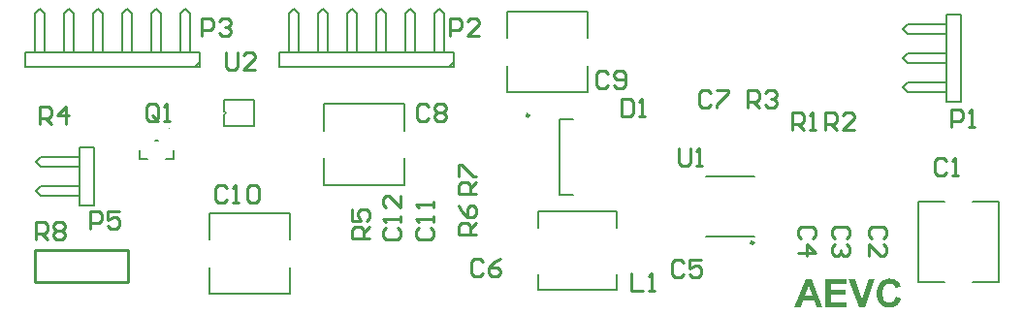
<source format=gto>
G04*
G04 #@! TF.GenerationSoftware,Altium Limited,Altium Designer,18.0.9 (584)*
G04*
G04 Layer_Color=65535*
%FSLAX25Y25*%
%MOIN*%
G70*
G01*
G75*
%ADD10C,0.01000*%
%ADD11C,0.00984*%
%ADD12C,0.00787*%
%ADD13C,0.00394*%
%ADD14C,0.00600*%
G36*
X420682Y125511D02*
X420807Y125503D01*
X420957Y125486D01*
X421132Y125461D01*
X421323Y125427D01*
X421532Y125386D01*
X421757Y125336D01*
X421990Y125261D01*
X422223Y125178D01*
X422465Y125078D01*
X422706Y124953D01*
X422939Y124819D01*
X423165Y124653D01*
X423381Y124470D01*
X423389Y124461D01*
X423406Y124445D01*
X423439Y124403D01*
X423489Y124353D01*
X423539Y124295D01*
X423606Y124211D01*
X423673Y124120D01*
X423748Y124020D01*
X423822Y123903D01*
X423906Y123770D01*
X423989Y123620D01*
X424072Y123462D01*
X424147Y123295D01*
X424222Y123112D01*
X424297Y122912D01*
X424364Y122704D01*
X422448Y122246D01*
Y122254D01*
X422440Y122279D01*
X422431Y122320D01*
X422415Y122370D01*
X422390Y122429D01*
X422365Y122504D01*
X422290Y122670D01*
X422198Y122862D01*
X422073Y123054D01*
X421915Y123245D01*
X421832Y123337D01*
X421732Y123420D01*
X421723Y123428D01*
X421707Y123437D01*
X421673Y123462D01*
X421632Y123487D01*
X421582Y123520D01*
X421523Y123562D01*
X421449Y123603D01*
X421365Y123645D01*
X421274Y123678D01*
X421174Y123720D01*
X420949Y123795D01*
X420699Y123845D01*
X420557Y123853D01*
X420416Y123862D01*
X420366D01*
X420316Y123853D01*
X420241D01*
X420149Y123837D01*
X420041Y123820D01*
X419924Y123795D01*
X419799Y123761D01*
X419666Y123720D01*
X419524Y123670D01*
X419383Y123612D01*
X419233Y123537D01*
X419091Y123445D01*
X418950Y123345D01*
X418816Y123220D01*
X418683Y123087D01*
X418675Y123078D01*
X418658Y123054D01*
X418625Y123003D01*
X418583Y122937D01*
X418533Y122854D01*
X418475Y122754D01*
X418416Y122629D01*
X418358Y122487D01*
X418291Y122329D01*
X418233Y122145D01*
X418175Y121937D01*
X418125Y121721D01*
X418083Y121471D01*
X418050Y121204D01*
X418033Y120913D01*
X418025Y120604D01*
Y120596D01*
Y120588D01*
Y120563D01*
Y120521D01*
Y120480D01*
X418033Y120430D01*
Y120305D01*
X418042Y120155D01*
X418058Y119988D01*
X418083Y119796D01*
X418108Y119597D01*
X418142Y119388D01*
X418183Y119172D01*
X418233Y118955D01*
X418300Y118738D01*
X418375Y118530D01*
X418458Y118339D01*
X418558Y118164D01*
X418675Y118006D01*
X418683Y117997D01*
X418708Y117972D01*
X418741Y117939D01*
X418791Y117889D01*
X418858Y117831D01*
X418941Y117764D01*
X419033Y117697D01*
X419133Y117622D01*
X419249Y117547D01*
X419383Y117481D01*
X419516Y117414D01*
X419666Y117356D01*
X419833Y117314D01*
X419999Y117272D01*
X420182Y117247D01*
X420374Y117239D01*
X420449D01*
X420507Y117247D01*
X420574Y117256D01*
X420649Y117264D01*
X420732Y117281D01*
X420832Y117297D01*
X421040Y117356D01*
X421149Y117397D01*
X421257Y117447D01*
X421374Y117506D01*
X421482Y117572D01*
X421590Y117647D01*
X421698Y117731D01*
X421707Y117739D01*
X421723Y117756D01*
X421748Y117781D01*
X421790Y117822D01*
X421832Y117880D01*
X421890Y117939D01*
X421948Y118022D01*
X422007Y118105D01*
X422073Y118214D01*
X422140Y118322D01*
X422206Y118455D01*
X422273Y118589D01*
X422340Y118747D01*
X422398Y118913D01*
X422456Y119088D01*
X422506Y119280D01*
X424389Y118680D01*
Y118672D01*
X424381Y118664D01*
Y118639D01*
X424372Y118614D01*
X424339Y118530D01*
X424306Y118422D01*
X424256Y118289D01*
X424197Y118139D01*
X424131Y117972D01*
X424047Y117797D01*
X423956Y117614D01*
X423847Y117414D01*
X423731Y117222D01*
X423598Y117031D01*
X423456Y116839D01*
X423298Y116664D01*
X423131Y116489D01*
X422948Y116340D01*
X422939Y116331D01*
X422898Y116306D01*
X422848Y116273D01*
X422765Y116223D01*
X422665Y116165D01*
X422548Y116098D01*
X422406Y116031D01*
X422248Y115965D01*
X422073Y115890D01*
X421882Y115823D01*
X421673Y115756D01*
X421449Y115698D01*
X421207Y115648D01*
X420949Y115615D01*
X420682Y115590D01*
X420399Y115581D01*
X420316D01*
X420266Y115590D01*
X420216D01*
X420149Y115598D01*
X420082D01*
X419916Y115623D01*
X419724Y115648D01*
X419516Y115690D01*
X419291Y115748D01*
X419041Y115815D01*
X418791Y115898D01*
X418525Y116006D01*
X418266Y116131D01*
X418000Y116281D01*
X417742Y116456D01*
X417492Y116656D01*
X417250Y116881D01*
X417234Y116898D01*
X417200Y116939D01*
X417134Y117014D01*
X417059Y117122D01*
X416967Y117256D01*
X416867Y117414D01*
X416750Y117606D01*
X416642Y117822D01*
X416526Y118064D01*
X416417Y118330D01*
X416309Y118622D01*
X416217Y118947D01*
X416142Y119288D01*
X416076Y119655D01*
X416042Y120046D01*
X416026Y120463D01*
Y120471D01*
Y120488D01*
Y120521D01*
Y120571D01*
X416034Y120629D01*
Y120696D01*
X416042Y120771D01*
Y120863D01*
X416051Y120954D01*
X416067Y121063D01*
X416092Y121296D01*
X416126Y121546D01*
X416184Y121829D01*
X416242Y122120D01*
X416326Y122429D01*
X416426Y122737D01*
X416542Y123045D01*
X416684Y123353D01*
X416850Y123645D01*
X417042Y123928D01*
X417259Y124186D01*
X417275Y124203D01*
X417317Y124245D01*
X417383Y124311D01*
X417483Y124395D01*
X417608Y124495D01*
X417758Y124611D01*
X417933Y124728D01*
X418133Y124853D01*
X418350Y124978D01*
X418600Y125094D01*
X418866Y125211D01*
X419158Y125311D01*
X419466Y125394D01*
X419799Y125461D01*
X420149Y125503D01*
X420515Y125519D01*
X420632D01*
X420682Y125511D01*
D02*
G37*
G36*
X411952Y115748D02*
X409870D01*
X406438Y125353D01*
X408537D01*
X410969Y118247D01*
X413318Y125353D01*
X415384D01*
X411952Y115748D01*
D02*
G37*
G36*
X405588Y123728D02*
X400407D01*
Y121604D01*
X405230D01*
Y119980D01*
X400407D01*
Y117372D01*
X405771D01*
Y115748D01*
X398466D01*
Y125353D01*
X405588D01*
Y123728D01*
D02*
G37*
G36*
X397433Y115748D02*
X395317D01*
X394484Y117930D01*
X390644D01*
X389853Y115748D01*
X387795D01*
X391527Y125353D01*
X393593D01*
X397433Y115748D01*
D02*
G37*
%LPC*%
G36*
X392535Y123112D02*
X391236Y119555D01*
X393860D01*
X392535Y123112D01*
D02*
G37*
%LPD*%
D10*
X373748Y137894D02*
G03*
X373748Y137894I-500J0D01*
G01*
X126520Y124421D02*
Y135421D01*
Y124421D02*
X158520D01*
Y135421D01*
X126520D02*
X158520D01*
X126981Y138957D02*
Y144955D01*
X129980D01*
X130980Y143955D01*
Y141956D01*
X129980Y140956D01*
X126981D01*
X128981D02*
X130980Y138957D01*
X132979Y143955D02*
X133979Y144955D01*
X135978D01*
X136978Y143955D01*
Y142955D01*
X135978Y141956D01*
X136978Y140956D01*
Y139956D01*
X135978Y138957D01*
X133979D01*
X132979Y139956D01*
Y140956D01*
X133979Y141956D01*
X132979Y142955D01*
Y143955D01*
X133979Y141956D02*
X135978D01*
X192323Y203242D02*
Y198244D01*
X193323Y197244D01*
X195322D01*
X196322Y198244D01*
Y203242D01*
X202320Y197244D02*
X198321D01*
X202320Y201243D01*
Y202242D01*
X201320Y203242D01*
X199321D01*
X198321Y202242D01*
X348031Y170171D02*
Y165173D01*
X349031Y164173D01*
X351030D01*
X352030Y165173D01*
Y170171D01*
X354030Y164173D02*
X356029D01*
X355029D01*
Y170171D01*
X354030Y169172D01*
X278346Y154724D02*
X272348D01*
Y157723D01*
X273348Y158723D01*
X275347D01*
X276347Y157723D01*
Y154724D01*
Y156724D02*
X278346Y158723D01*
X272348Y160722D02*
Y164721D01*
X273348D01*
X277347Y160722D01*
X278346D01*
Y140551D02*
X272348D01*
Y143550D01*
X273348Y144550D01*
X275347D01*
X276347Y143550D01*
Y140551D01*
Y142551D02*
X278346Y144550D01*
X272348Y150548D02*
X273348Y148549D01*
X275347Y146549D01*
X277347D01*
X278346Y147549D01*
Y149548D01*
X277347Y150548D01*
X276347D01*
X275347Y149548D01*
Y146549D01*
X241732Y139370D02*
X235734D01*
Y142369D01*
X236734Y143369D01*
X238733D01*
X239733Y142369D01*
Y139370D01*
Y141369D02*
X241732Y143369D01*
X235734Y149367D02*
Y145368D01*
X238733D01*
X237734Y147368D01*
Y148367D01*
X238733Y149367D01*
X240733D01*
X241732Y148367D01*
Y146368D01*
X240733Y145368D01*
X128347Y178740D02*
Y184738D01*
X131345D01*
X132345Y183739D01*
Y181739D01*
X131345Y180739D01*
X128347D01*
X130346D02*
X132345Y178740D01*
X137344D02*
Y184738D01*
X134344Y181739D01*
X138343D01*
X371654Y184252D02*
Y190250D01*
X374653D01*
X375652Y189250D01*
Y187251D01*
X374653Y186251D01*
X371654D01*
X373653D02*
X375652Y184252D01*
X377652Y189250D02*
X378651Y190250D01*
X380651D01*
X381650Y189250D01*
Y188251D01*
X380651Y187251D01*
X379651D01*
X380651D01*
X381650Y186251D01*
Y185252D01*
X380651Y184252D01*
X378651D01*
X377652Y185252D01*
X398425Y176772D02*
Y182770D01*
X401424D01*
X402424Y181770D01*
Y179771D01*
X401424Y178771D01*
X398425D01*
X400424D02*
X402424Y176772D01*
X408422D02*
X404423D01*
X408422Y180770D01*
Y181770D01*
X407422Y182770D01*
X405423D01*
X404423Y181770D01*
X387008Y176772D02*
Y182770D01*
X390007D01*
X391007Y181770D01*
Y179771D01*
X390007Y178771D01*
X387008D01*
X389007D02*
X391007Y176772D01*
X393006D02*
X395005D01*
X394006D01*
Y182770D01*
X393006Y181770D01*
X168959Y180527D02*
Y184526D01*
X167960Y185526D01*
X165960D01*
X164961Y184526D01*
Y180527D01*
X165960Y179528D01*
X167960D01*
X166960Y181527D02*
X168959Y179528D01*
X167960D02*
X168959Y180527D01*
X170959Y179528D02*
X172958D01*
X171958D01*
Y185526D01*
X170959Y184526D01*
X145669Y142520D02*
Y148518D01*
X148668D01*
X149668Y147518D01*
Y145519D01*
X148668Y144519D01*
X145669D01*
X155666Y148518D02*
X151667D01*
Y145519D01*
X153667Y146518D01*
X154666D01*
X155666Y145519D01*
Y143519D01*
X154666Y142520D01*
X152667D01*
X151667Y143519D01*
X183858Y209055D02*
Y215053D01*
X186857D01*
X187857Y214054D01*
Y212054D01*
X186857Y211054D01*
X183858D01*
X189856Y214054D02*
X190856Y215053D01*
X192855D01*
X193855Y214054D01*
Y213054D01*
X192855Y212054D01*
X191856D01*
X192855D01*
X193855Y211054D01*
Y210055D01*
X192855Y209055D01*
X190856D01*
X189856Y210055D01*
X269370Y209055D02*
Y215053D01*
X272369D01*
X273369Y214054D01*
Y212054D01*
X272369Y211054D01*
X269370D01*
X279367Y209055D02*
X275368D01*
X279367Y213054D01*
Y214054D01*
X278367Y215053D01*
X276368D01*
X275368Y214054D01*
X441732Y177559D02*
Y183557D01*
X444731D01*
X445731Y182557D01*
Y180558D01*
X444731Y179558D01*
X441732D01*
X447730Y177559D02*
X449730D01*
X448730D01*
Y183557D01*
X447730Y182557D01*
X331496Y127258D02*
Y121260D01*
X335495D01*
X337494D02*
X339493D01*
X338494D01*
Y127258D01*
X337494Y126258D01*
X328346Y187494D02*
Y181496D01*
X331346D01*
X332345Y182496D01*
Y186495D01*
X331346Y187494D01*
X328346D01*
X334345Y181496D02*
X336344D01*
X335344D01*
Y187494D01*
X334345Y186495D01*
X247364Y142975D02*
X246364Y141975D01*
Y139976D01*
X247364Y138976D01*
X251362D01*
X252362Y139976D01*
Y141975D01*
X251362Y142975D01*
X252362Y144975D02*
Y146974D01*
Y145974D01*
X246364D01*
X247364Y144975D01*
X252362Y153972D02*
Y149973D01*
X248363Y153972D01*
X247364D01*
X246364Y152972D01*
Y150972D01*
X247364Y149973D01*
X258781Y142975D02*
X257782Y141975D01*
Y139976D01*
X258781Y138976D01*
X262780D01*
X263779Y139976D01*
Y141975D01*
X262780Y142975D01*
X263779Y144975D02*
Y146974D01*
Y145974D01*
X257782D01*
X258781Y144975D01*
X263779Y149973D02*
Y151972D01*
Y150972D01*
X257782D01*
X258781Y149973D01*
X192581Y156573D02*
X191582Y157573D01*
X189582D01*
X188583Y156573D01*
Y152575D01*
X189582Y151575D01*
X191582D01*
X192581Y152575D01*
X194581Y151575D02*
X196580D01*
X195580D01*
Y157573D01*
X194581Y156573D01*
X199579D02*
X200579Y157573D01*
X202578D01*
X203578Y156573D01*
Y152575D01*
X202578Y151575D01*
X200579D01*
X199579Y152575D01*
Y156573D01*
X323684Y195943D02*
X322684Y196943D01*
X320685D01*
X319685Y195943D01*
Y191945D01*
X320685Y190945D01*
X322684D01*
X323684Y191945D01*
X325683D02*
X326683Y190945D01*
X328682D01*
X329682Y191945D01*
Y195943D01*
X328682Y196943D01*
X326683D01*
X325683Y195943D01*
Y194944D01*
X326683Y193944D01*
X329682D01*
X261873Y184526D02*
X260873Y185526D01*
X258874D01*
X257874Y184526D01*
Y180527D01*
X258874Y179528D01*
X260873D01*
X261873Y180527D01*
X263872Y184526D02*
X264872Y185526D01*
X266871D01*
X267871Y184526D01*
Y183526D01*
X266871Y182527D01*
X267871Y181527D01*
Y180527D01*
X266871Y179528D01*
X264872D01*
X263872Y180527D01*
Y181527D01*
X264872Y182527D01*
X263872Y183526D01*
Y184526D01*
X264872Y182527D02*
X266871D01*
X359117Y189250D02*
X358117Y190250D01*
X356118D01*
X355118Y189250D01*
Y185252D01*
X356118Y184252D01*
X358117D01*
X359117Y185252D01*
X361116Y190250D02*
X365115D01*
Y189250D01*
X361116Y185252D01*
Y184252D01*
X280770Y131376D02*
X279771Y132376D01*
X277771D01*
X276772Y131376D01*
Y127378D01*
X277771Y126378D01*
X279771D01*
X280770Y127378D01*
X286768Y132376D02*
X284769Y131376D01*
X282770Y129377D01*
Y127378D01*
X283769Y126378D01*
X285769D01*
X286768Y127378D01*
Y128377D01*
X285769Y129377D01*
X282770D01*
X349668Y130983D02*
X348668Y131982D01*
X346669D01*
X345669Y130983D01*
Y126984D01*
X346669Y125984D01*
X348668D01*
X349668Y126984D01*
X355666Y131982D02*
X351667D01*
Y128983D01*
X353667Y129983D01*
X354666D01*
X355666Y128983D01*
Y126984D01*
X354666Y125984D01*
X352667D01*
X351667Y126984D01*
X393975Y139308D02*
X394974Y140308D01*
Y142307D01*
X393975Y143307D01*
X389976D01*
X388976Y142307D01*
Y140308D01*
X389976Y139308D01*
X388976Y134310D02*
X394974D01*
X391975Y137309D01*
Y133310D01*
X405786Y139308D02*
X406785Y140308D01*
Y142307D01*
X405786Y143307D01*
X401787D01*
X400787Y142307D01*
Y140308D01*
X401787Y139308D01*
X405786Y137309D02*
X406785Y136309D01*
Y134310D01*
X405786Y133310D01*
X404786D01*
X403786Y134310D01*
Y135310D01*
Y134310D01*
X402787Y133310D01*
X401787D01*
X400787Y134310D01*
Y136309D01*
X401787Y137309D01*
X418384Y139308D02*
X419384Y140308D01*
Y142307D01*
X418384Y143307D01*
X414386D01*
X413386Y142307D01*
Y140308D01*
X414386Y139308D01*
X413386Y133310D02*
Y137309D01*
X417384Y133310D01*
X418384D01*
X419384Y134310D01*
Y136309D01*
X418384Y137309D01*
X439825Y166022D02*
X438826Y167022D01*
X436827D01*
X435827Y166022D01*
Y162023D01*
X436827Y161024D01*
X438826D01*
X439825Y162023D01*
X441825Y161024D02*
X443824D01*
X442825D01*
Y167022D01*
X441825Y166022D01*
D11*
X296555Y181653D02*
G03*
X296555Y181653I-492J0D01*
G01*
D12*
X191634Y181841D02*
G03*
X191634Y183120I0J640D01*
G01*
X326492Y121539D02*
Y127039D01*
X299492Y121539D02*
X326492D01*
X299492Y148539D02*
X326492D01*
Y143039D02*
Y148539D01*
X299492Y121539D02*
Y127039D01*
Y143039D02*
Y148539D01*
X307087Y180197D02*
X311602D01*
X307087Y154449D02*
Y180197D01*
Y154449D02*
X311602D01*
X191634Y177953D02*
X201870D01*
Y187008D01*
X191634D02*
X201870D01*
X191634Y183120D02*
Y187008D01*
Y177953D02*
Y181841D01*
X440000Y186181D02*
Y216181D01*
Y186181D02*
X445000D01*
X440000Y216181D02*
X445000D01*
Y186181D02*
Y216181D01*
X426667Y212848D02*
X440000D01*
X425000Y211181D02*
X426667Y212848D01*
X425000Y211181D02*
X426667Y209514D01*
X440000D01*
X426667Y202848D02*
X440000D01*
X425000Y201181D02*
X426667Y202848D01*
X425000Y201181D02*
X426667Y199514D01*
X440000D01*
X426667Y192848D02*
X440000D01*
X425000Y191181D02*
X426667Y192848D01*
X425000Y191181D02*
X426667Y189515D01*
X440000D01*
X210748Y198307D02*
X270748D01*
X269081D02*
X270748Y199974D01*
X214081Y203307D02*
Y216640D01*
X215748Y218307D01*
X217415Y216640D01*
Y203307D02*
Y216640D01*
X224081Y203307D02*
Y216640D01*
X225748Y218307D01*
X227415Y216640D01*
Y203307D02*
Y216640D01*
X234081Y203307D02*
Y216640D01*
X235748Y218307D01*
X237415Y216640D01*
Y203307D02*
Y216640D01*
X244081Y203307D02*
Y216640D01*
X245748Y218307D01*
X247415Y216640D01*
Y203307D02*
Y216640D01*
X254081Y203307D02*
Y216640D01*
X255748Y218307D01*
X257415Y216640D01*
Y203307D02*
Y216640D01*
X264081Y203307D02*
Y216640D01*
X265748Y218307D01*
X267415Y216640D01*
Y203307D02*
Y216640D01*
X210748Y198307D02*
Y203307D01*
X270748D01*
Y198307D02*
Y203307D01*
X123425Y198307D02*
X183425D01*
X181758D02*
X183425Y199974D01*
X126759Y203307D02*
Y216640D01*
X128425Y218307D01*
X130092Y216640D01*
Y203307D02*
Y216640D01*
X136759Y203307D02*
Y216640D01*
X138425Y218307D01*
X140092Y216640D01*
Y203307D02*
Y216640D01*
X146759Y203307D02*
Y216640D01*
X148425Y218307D01*
X150092Y216640D01*
Y203307D02*
Y216640D01*
X156758Y203307D02*
Y216640D01*
X158425Y218307D01*
X160092Y216640D01*
Y203307D02*
Y216640D01*
X166759Y203307D02*
Y216640D01*
X168425Y218307D01*
X170092Y216640D01*
Y203307D02*
Y216640D01*
X176759Y203307D02*
Y216640D01*
X178425Y218307D01*
X180092Y216640D01*
Y203307D02*
Y216640D01*
X123425Y198307D02*
Y203307D01*
X183425D01*
Y198307D02*
Y203307D01*
X128635Y153845D02*
X141969D01*
X126969Y155512D02*
X128635Y153845D01*
X126969Y155512D02*
X128635Y157178D01*
X141969D01*
X128635Y163845D02*
X141969D01*
X126969Y165512D02*
X128635Y163845D01*
X126969Y165512D02*
X128635Y167178D01*
X141969D01*
X146968Y150512D02*
Y170512D01*
X141969D02*
X146968D01*
X141969Y150512D02*
X146968D01*
X141969D02*
Y170512D01*
X167913Y172835D02*
X169095D01*
X171653Y166535D02*
X174213D01*
Y169646D01*
X162795Y166535D02*
Y169646D01*
Y166535D02*
X165354D01*
D13*
X172701Y177205D02*
G03*
X172701Y177205I-197J0D01*
G01*
D14*
X214294Y120352D02*
Y129442D01*
X186494Y120352D02*
X214294D01*
X186494Y139062D02*
Y148152D01*
X214294D01*
Y139062D02*
Y148152D01*
X186494Y120352D02*
Y129442D01*
X253664Y157754D02*
Y166844D01*
X225864Y157754D02*
X253664D01*
X225864Y176464D02*
Y185554D01*
X253664D01*
Y176464D02*
Y185554D01*
X225864Y157754D02*
Y166844D01*
X357398Y140094D02*
X374098D01*
X357398Y160694D02*
X374098D01*
X448905Y152089D02*
X457995D01*
Y124289D02*
Y152089D01*
X430195Y124289D02*
X439285D01*
X430195D02*
Y152089D01*
X439285D01*
X448905Y124289D02*
X457995D01*
X288856Y189643D02*
Y198733D01*
X316656Y208353D02*
Y217443D01*
X288856D02*
X316656D01*
X288856Y208353D02*
Y217443D01*
Y189643D02*
X316656D01*
Y198733D01*
M02*

</source>
